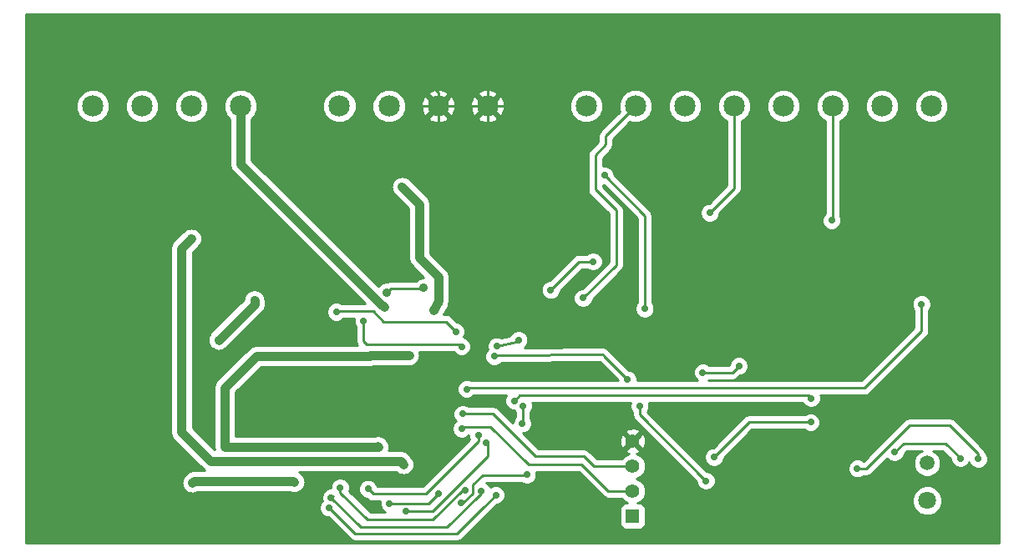
<source format=gbl>
G04 (created by PCBNEW (2013-jul-07)-stable) date Sat 26 Sep 2015 04:42:44 AM EDT*
%MOIN*%
G04 Gerber Fmt 3.4, Leading zero omitted, Abs format*
%FSLAX34Y34*%
G01*
G70*
G90*
G04 APERTURE LIST*
%ADD10C,0.00590551*%
%ADD11C,0.085*%
%ADD12R,0.055X0.055*%
%ADD13C,0.055*%
%ADD14C,0.0590551*%
%ADD15C,0.0708661*%
%ADD16C,0.028*%
%ADD17C,0.035*%
%ADD18C,0.011*%
%ADD19C,0.038*%
%ADD20C,0.009*%
G04 APERTURE END LIST*
G54D10*
G54D11*
X48228Y-37401D03*
X46259Y-37401D03*
X44291Y-37401D03*
X42322Y-37401D03*
X56102Y-37401D03*
X54133Y-37401D03*
X52165Y-37401D03*
X50196Y-37401D03*
X38385Y-37401D03*
X36417Y-37401D03*
X34448Y-37401D03*
X32480Y-37401D03*
X28543Y-37401D03*
X26574Y-37401D03*
X24606Y-37401D03*
X22637Y-37401D03*
G54D12*
X44177Y-53795D03*
G54D13*
X44177Y-52795D03*
X44177Y-51795D03*
X44177Y-50795D03*
G54D14*
X55935Y-51676D03*
G54D15*
X55935Y-53173D03*
G54D16*
X38129Y-52779D03*
X32145Y-53059D03*
X35125Y-53606D03*
X38338Y-50854D03*
X52118Y-41976D03*
X51303Y-49082D03*
X39452Y-49185D03*
X37318Y-53263D03*
X34476Y-53299D03*
X36433Y-52901D03*
X39960Y-52129D03*
X44661Y-45496D03*
X43055Y-40173D03*
X42196Y-45078D03*
X57258Y-51485D03*
X54630Y-51242D03*
X53141Y-51890D03*
X57974Y-51507D03*
X42598Y-43618D03*
X40901Y-44759D03*
G54D17*
X34271Y-45429D03*
X26565Y-42700D03*
X35040Y-51725D03*
X26610Y-52455D03*
X30680Y-52435D03*
G54D16*
X27440Y-48540D03*
X27000Y-49400D03*
X27310Y-49990D03*
X27540Y-48130D03*
X27225Y-48825D03*
X30000Y-49750D03*
X31000Y-49750D03*
X32000Y-49750D03*
X33000Y-49750D03*
X34000Y-49750D03*
X35000Y-49750D03*
X35000Y-48750D03*
X34000Y-48750D03*
X33000Y-48750D03*
X32000Y-48750D03*
X31000Y-48750D03*
X30000Y-48750D03*
X35433Y-50196D03*
X34448Y-50196D03*
X33464Y-50196D03*
X32480Y-50196D03*
X31496Y-50196D03*
X30511Y-50196D03*
X29527Y-50196D03*
X29527Y-49212D03*
X30511Y-49212D03*
X31496Y-49212D03*
X32480Y-49212D03*
X33464Y-49212D03*
X34448Y-49212D03*
X35433Y-49212D03*
X35433Y-48228D03*
X34448Y-48228D03*
X33464Y-48228D03*
X32480Y-48228D03*
X31496Y-48228D03*
X30511Y-48228D03*
X29527Y-48228D03*
X45582Y-46881D03*
X40657Y-43165D03*
X39358Y-45055D03*
X38654Y-47404D03*
X43976Y-48334D03*
X44460Y-49389D03*
X47102Y-52381D03*
X33444Y-46011D03*
X37350Y-47016D03*
X37362Y-50295D03*
X37397Y-49708D03*
X37484Y-52759D03*
X32503Y-52653D03*
X32059Y-53456D03*
X38716Y-52948D03*
X33614Y-52704D03*
X38023Y-50547D03*
X47255Y-41669D03*
X46980Y-48051D03*
X48421Y-47791D03*
X55706Y-45325D03*
X37555Y-48716D03*
G54D17*
X35838Y-44673D03*
X34366Y-44854D03*
G54D16*
X51283Y-50039D03*
X47429Y-51433D03*
X39779Y-50090D03*
X39803Y-49385D03*
X39625Y-46751D03*
X38750Y-47000D03*
X37118Y-46417D03*
X32350Y-45629D03*
G54D17*
X29082Y-45165D03*
X27653Y-46751D03*
X36234Y-45563D03*
X34979Y-40633D03*
X35251Y-47362D03*
X27910Y-51040D03*
X34035Y-51035D03*
X30920Y-47390D03*
X33730Y-47350D03*
G54D18*
X32145Y-53059D02*
X33326Y-54240D01*
X38031Y-52988D02*
X38129Y-52889D01*
X38129Y-52889D02*
X38129Y-52779D01*
X36779Y-54240D02*
X38031Y-52988D01*
X33326Y-54240D02*
X36779Y-54240D01*
X32145Y-53059D02*
X32216Y-52988D01*
X38393Y-51409D02*
X38393Y-50909D01*
X36196Y-53606D02*
X38393Y-51409D01*
X35125Y-53606D02*
X36196Y-53606D01*
X38393Y-50909D02*
X38338Y-50854D01*
X52165Y-41929D02*
X52165Y-37401D01*
X52118Y-41976D02*
X52165Y-41929D01*
X51192Y-48972D02*
X51303Y-49082D01*
X41275Y-48972D02*
X51192Y-48972D01*
X39665Y-48972D02*
X41275Y-48972D01*
X39452Y-49185D02*
X39665Y-48972D01*
X39838Y-52149D02*
X39940Y-52149D01*
X37318Y-53263D02*
X37444Y-53263D01*
X37444Y-53263D02*
X37444Y-53244D01*
X37444Y-53244D02*
X37807Y-52881D01*
X37807Y-52881D02*
X37807Y-52535D01*
X37807Y-52535D02*
X38192Y-52149D01*
X38192Y-52149D02*
X39838Y-52149D01*
X36299Y-53023D02*
X36311Y-53023D01*
X34476Y-53299D02*
X34496Y-53279D01*
X34496Y-53279D02*
X36043Y-53279D01*
X36043Y-53279D02*
X36299Y-53023D01*
X36311Y-53023D02*
X36433Y-52901D01*
X39940Y-52149D02*
X39960Y-52129D01*
X44661Y-41779D02*
X44661Y-45496D01*
X43055Y-40173D02*
X44661Y-41779D01*
X43098Y-38594D02*
X44291Y-37401D01*
X43098Y-38940D02*
X43098Y-38594D01*
X42681Y-39358D02*
X43098Y-38940D01*
X42681Y-40744D02*
X42681Y-39358D01*
X43515Y-41578D02*
X42681Y-40744D01*
X43515Y-43759D02*
X43515Y-41578D01*
X42196Y-45078D02*
X43515Y-43759D01*
X57258Y-51471D02*
X57258Y-51485D01*
X56669Y-50882D02*
X57258Y-51471D01*
X54990Y-50882D02*
X56669Y-50882D01*
X54630Y-51242D02*
X54990Y-50882D01*
X53510Y-51890D02*
X53141Y-51890D01*
X55225Y-50175D02*
X53510Y-51890D01*
X56839Y-50175D02*
X55225Y-50175D01*
X57960Y-51296D02*
X56839Y-50175D01*
X57960Y-51493D02*
X57960Y-51296D01*
X57974Y-51507D02*
X57960Y-51493D01*
X42043Y-43618D02*
X42598Y-43618D01*
X40901Y-44759D02*
X42043Y-43618D01*
G54D19*
X28543Y-39728D02*
X28543Y-37401D01*
X34173Y-45358D02*
X28543Y-39728D01*
X34200Y-45358D02*
X34173Y-45358D01*
X34271Y-45429D02*
X34200Y-45358D01*
X26180Y-50445D02*
X26180Y-43085D01*
X26180Y-43085D02*
X26565Y-42700D01*
X27335Y-51600D02*
X26180Y-50445D01*
X34915Y-51600D02*
X27335Y-51600D01*
X35040Y-51725D02*
X34915Y-51600D01*
X26610Y-52455D02*
X26665Y-52400D01*
X26665Y-52400D02*
X29590Y-52400D01*
X30645Y-52400D02*
X29590Y-52400D01*
X30680Y-52435D02*
X30645Y-52400D01*
G54D18*
X38385Y-37401D02*
X38385Y-36455D01*
X38385Y-36455D02*
X38322Y-36392D01*
X38385Y-37401D02*
X38385Y-38087D01*
X39480Y-37401D02*
X38385Y-37401D01*
X39641Y-37562D02*
X39480Y-37401D01*
X39767Y-37562D02*
X39641Y-37562D01*
X38832Y-38496D02*
X39767Y-37562D01*
X38832Y-38534D02*
X38832Y-38496D01*
X38385Y-38087D02*
X38832Y-38534D01*
X36417Y-37401D02*
X38385Y-37401D01*
X36417Y-37401D02*
X35484Y-37401D01*
X35484Y-37401D02*
X35447Y-37364D01*
X36417Y-37401D02*
X36417Y-38442D01*
X36417Y-38442D02*
X36482Y-38507D01*
X27540Y-48440D02*
X27540Y-48130D01*
X27440Y-48540D02*
X27540Y-48440D01*
X27030Y-49370D02*
X27030Y-48630D01*
X27000Y-49400D02*
X27030Y-49370D01*
X27225Y-49905D02*
X27225Y-48825D01*
X27310Y-49990D02*
X27225Y-49905D01*
X27225Y-48825D02*
X27225Y-48445D01*
X27225Y-48445D02*
X27540Y-48130D01*
X36417Y-36867D02*
X36417Y-37401D01*
X35295Y-35745D02*
X36417Y-36867D01*
X27990Y-35745D02*
X35295Y-35745D01*
X27570Y-36165D02*
X27990Y-35745D01*
X27570Y-43875D02*
X27570Y-36165D01*
X27015Y-44430D02*
X27570Y-43875D01*
X27015Y-48615D02*
X27015Y-44430D01*
X27030Y-48630D02*
X27015Y-48615D01*
X27225Y-48825D02*
X27030Y-48630D01*
X41271Y-46968D02*
X39358Y-45055D01*
X45496Y-46968D02*
X41271Y-46968D01*
X45582Y-46881D02*
X45496Y-46968D01*
X40106Y-43716D02*
X40657Y-43165D01*
X40106Y-44307D02*
X40106Y-43716D01*
X39358Y-45055D02*
X40106Y-44307D01*
X42903Y-47342D02*
X42984Y-47342D01*
X42984Y-47342D02*
X43036Y-47394D01*
X43036Y-47394D02*
X43036Y-47397D01*
X43036Y-47397D02*
X43036Y-47394D01*
X38654Y-47404D02*
X38867Y-47352D01*
X38867Y-47352D02*
X42903Y-47342D01*
X42903Y-47342D02*
X42907Y-47342D01*
X43976Y-48334D02*
X43036Y-47394D01*
X43036Y-47394D02*
X42984Y-47342D01*
X44460Y-49740D02*
X44460Y-49389D01*
X47102Y-52381D02*
X44460Y-49740D01*
X33444Y-46807D02*
X33444Y-46011D01*
X33559Y-46921D02*
X33444Y-46807D01*
X37259Y-46921D02*
X33559Y-46921D01*
X37350Y-47016D02*
X37259Y-46921D01*
X43212Y-52791D02*
X44177Y-52795D01*
X42145Y-51724D02*
X43212Y-52791D01*
X40015Y-51724D02*
X42145Y-51724D01*
X38503Y-50212D02*
X40015Y-51724D01*
X37444Y-50212D02*
X38503Y-50212D01*
X37362Y-50295D02*
X37444Y-50212D01*
X44177Y-51795D02*
X42625Y-51791D01*
X38606Y-49708D02*
X37397Y-49708D01*
X40291Y-51393D02*
X38606Y-49708D01*
X42228Y-51393D02*
X40291Y-51393D01*
X42625Y-51791D02*
X42228Y-51393D01*
X33590Y-53940D02*
X36204Y-53940D01*
X33590Y-53940D02*
X32503Y-52854D01*
X32503Y-52653D02*
X32503Y-52854D01*
X37385Y-52759D02*
X37484Y-52759D01*
X36204Y-53940D02*
X37385Y-52759D01*
X32511Y-52645D02*
X32503Y-52653D01*
X38196Y-53468D02*
X37173Y-54492D01*
X33094Y-54492D02*
X32059Y-53456D01*
X37173Y-54492D02*
X33094Y-54492D01*
X38716Y-52948D02*
X38196Y-53468D01*
X38196Y-53468D02*
X38208Y-53456D01*
X35921Y-52909D02*
X38039Y-50791D01*
X33818Y-52909D02*
X35921Y-52909D01*
X33614Y-52704D02*
X33818Y-52909D01*
X38039Y-50562D02*
X38039Y-50791D01*
X38023Y-50547D02*
X38039Y-50562D01*
X48228Y-40696D02*
X48228Y-37401D01*
X47255Y-41669D02*
X48228Y-40696D01*
X48161Y-48051D02*
X46980Y-48051D01*
X48421Y-47791D02*
X48161Y-48051D01*
X52738Y-48673D02*
X53414Y-48673D01*
X55706Y-46382D02*
X55706Y-45325D01*
X53414Y-48673D02*
X55706Y-46382D01*
X38070Y-48673D02*
X37598Y-48673D01*
X37598Y-48673D02*
X37555Y-48716D01*
X38070Y-48673D02*
X52738Y-48673D01*
X52738Y-48673D02*
X52745Y-48673D01*
X35751Y-44673D02*
X35838Y-44673D01*
X35740Y-44685D02*
X35751Y-44673D01*
X34535Y-44685D02*
X35740Y-44685D01*
X34366Y-44854D02*
X34535Y-44685D01*
X48822Y-50039D02*
X51283Y-50039D01*
X47429Y-51433D02*
X48822Y-50039D01*
X39779Y-50090D02*
X39803Y-50066D01*
X39803Y-50066D02*
X39803Y-49385D01*
X39625Y-46751D02*
X39547Y-46830D01*
X39547Y-46830D02*
X38750Y-47000D01*
X36720Y-46019D02*
X37118Y-46417D01*
X34240Y-46019D02*
X36720Y-46019D01*
X33818Y-45598D02*
X34240Y-46019D01*
X32381Y-45598D02*
X33818Y-45598D01*
X32350Y-45629D02*
X32381Y-45598D01*
G54D19*
X29082Y-45322D02*
X29082Y-45165D01*
X27653Y-46751D02*
X29082Y-45322D01*
X30920Y-47390D02*
X29172Y-47390D01*
X27910Y-48652D02*
X27910Y-51040D01*
X29172Y-47390D02*
X27910Y-48652D01*
X36433Y-45185D02*
X36234Y-45563D01*
X36433Y-44236D02*
X36433Y-45185D01*
X35665Y-43468D02*
X36433Y-44236D01*
X35665Y-41319D02*
X35665Y-43468D01*
X34979Y-40633D02*
X35665Y-41319D01*
X35239Y-47350D02*
X33730Y-47350D01*
X35251Y-47362D02*
X35239Y-47350D01*
X34035Y-51035D02*
X27915Y-51035D01*
X27915Y-51035D02*
X27910Y-51040D01*
X34035Y-51035D02*
X34010Y-51010D01*
X33690Y-47390D02*
X30920Y-47390D01*
X33730Y-47350D02*
X33690Y-47390D01*
G54D10*
G36*
X58790Y-54853D02*
X58359Y-54853D01*
X58359Y-51430D01*
X58300Y-51289D01*
X58248Y-51236D01*
X58248Y-51236D01*
X58237Y-51181D01*
X58172Y-51083D01*
X58172Y-51083D01*
X57051Y-49962D01*
X56953Y-49897D01*
X56839Y-49875D01*
X56772Y-49875D01*
X56772Y-37268D01*
X56670Y-37022D01*
X56482Y-36833D01*
X56236Y-36731D01*
X55969Y-36731D01*
X55723Y-36833D01*
X55534Y-37021D01*
X55432Y-37267D01*
X55432Y-37534D01*
X55534Y-37780D01*
X55722Y-37969D01*
X55968Y-38071D01*
X56235Y-38071D01*
X56481Y-37969D01*
X56670Y-37781D01*
X56772Y-37535D01*
X56772Y-37268D01*
X56772Y-49875D01*
X56091Y-49875D01*
X56091Y-45248D01*
X56032Y-45107D01*
X55924Y-44998D01*
X55782Y-44940D01*
X55629Y-44939D01*
X55488Y-44998D01*
X55379Y-45106D01*
X55321Y-45248D01*
X55320Y-45401D01*
X55379Y-45542D01*
X55406Y-45569D01*
X55406Y-46257D01*
X54803Y-46859D01*
X54803Y-37268D01*
X54702Y-37022D01*
X54513Y-36833D01*
X54267Y-36731D01*
X54001Y-36731D01*
X53754Y-36833D01*
X53566Y-37021D01*
X53463Y-37267D01*
X53463Y-37534D01*
X53565Y-37780D01*
X53753Y-37969D01*
X54000Y-38071D01*
X54266Y-38071D01*
X54512Y-37969D01*
X54701Y-37781D01*
X54803Y-37535D01*
X54803Y-37268D01*
X54803Y-46859D01*
X53290Y-48373D01*
X52835Y-48373D01*
X52835Y-37268D01*
X52733Y-37022D01*
X52545Y-36833D01*
X52299Y-36731D01*
X52032Y-36731D01*
X51786Y-36833D01*
X51597Y-37021D01*
X51495Y-37267D01*
X51495Y-37534D01*
X51597Y-37780D01*
X51785Y-37969D01*
X51865Y-38002D01*
X51865Y-41684D01*
X51791Y-41758D01*
X51733Y-41899D01*
X51733Y-42052D01*
X51791Y-42194D01*
X51899Y-42302D01*
X52041Y-42361D01*
X52194Y-42361D01*
X52335Y-42302D01*
X52444Y-42194D01*
X52503Y-42053D01*
X52503Y-41900D01*
X52465Y-41808D01*
X52465Y-38002D01*
X52544Y-37969D01*
X52733Y-37781D01*
X52835Y-37535D01*
X52835Y-37268D01*
X52835Y-48373D01*
X52745Y-48373D01*
X52738Y-48373D01*
X50866Y-48373D01*
X50866Y-37268D01*
X50765Y-37022D01*
X50576Y-36833D01*
X50330Y-36731D01*
X50064Y-36731D01*
X49817Y-36833D01*
X49629Y-37021D01*
X49526Y-37267D01*
X49526Y-37534D01*
X49628Y-37780D01*
X49816Y-37969D01*
X50062Y-38071D01*
X50329Y-38071D01*
X50575Y-37969D01*
X50764Y-37781D01*
X50866Y-37535D01*
X50866Y-37268D01*
X50866Y-48373D01*
X48898Y-48373D01*
X48898Y-37268D01*
X48796Y-37022D01*
X48608Y-36833D01*
X48362Y-36731D01*
X48095Y-36731D01*
X47849Y-36833D01*
X47660Y-37021D01*
X47558Y-37267D01*
X47558Y-37534D01*
X47660Y-37780D01*
X47848Y-37969D01*
X47928Y-38002D01*
X47928Y-40572D01*
X47216Y-41284D01*
X47179Y-41284D01*
X47038Y-41342D01*
X46929Y-41450D01*
X46929Y-37268D01*
X46828Y-37022D01*
X46639Y-36833D01*
X46393Y-36731D01*
X46127Y-36731D01*
X45880Y-36833D01*
X45692Y-37021D01*
X45589Y-37267D01*
X45589Y-37534D01*
X45691Y-37780D01*
X45879Y-37969D01*
X46125Y-38071D01*
X46392Y-38071D01*
X46638Y-37969D01*
X46827Y-37781D01*
X46929Y-37535D01*
X46929Y-37268D01*
X46929Y-41450D01*
X46929Y-41450D01*
X46870Y-41592D01*
X46870Y-41745D01*
X46929Y-41887D01*
X47037Y-41995D01*
X47178Y-42054D01*
X47332Y-42054D01*
X47473Y-41995D01*
X47582Y-41887D01*
X47640Y-41746D01*
X47640Y-41708D01*
X48440Y-40908D01*
X48440Y-40908D01*
X48505Y-40811D01*
X48528Y-40696D01*
X48528Y-40696D01*
X48528Y-38002D01*
X48607Y-37969D01*
X48796Y-37781D01*
X48898Y-37535D01*
X48898Y-37268D01*
X48898Y-48373D01*
X47202Y-48373D01*
X47224Y-48351D01*
X48161Y-48351D01*
X48161Y-48351D01*
X48276Y-48328D01*
X48276Y-48328D01*
X48373Y-48263D01*
X48460Y-48176D01*
X48497Y-48176D01*
X48639Y-48117D01*
X48747Y-48009D01*
X48806Y-47868D01*
X48806Y-47715D01*
X48747Y-47573D01*
X48639Y-47465D01*
X48498Y-47406D01*
X48345Y-47406D01*
X48203Y-47464D01*
X48095Y-47572D01*
X48036Y-47714D01*
X48036Y-47751D01*
X47224Y-47751D01*
X47198Y-47724D01*
X47057Y-47666D01*
X46904Y-47666D01*
X46762Y-47724D01*
X46654Y-47832D01*
X46595Y-47974D01*
X46595Y-48127D01*
X46653Y-48268D01*
X46757Y-48373D01*
X45046Y-48373D01*
X45046Y-45419D01*
X44987Y-45278D01*
X44961Y-45251D01*
X44961Y-41779D01*
X44938Y-41664D01*
X44873Y-41567D01*
X44873Y-41567D01*
X43440Y-40133D01*
X43440Y-40096D01*
X43381Y-39955D01*
X43273Y-39847D01*
X43132Y-39788D01*
X42981Y-39788D01*
X42981Y-39482D01*
X43310Y-39153D01*
X43310Y-39153D01*
X43375Y-39055D01*
X43398Y-38940D01*
X43398Y-38940D01*
X43398Y-38718D01*
X44078Y-38038D01*
X44157Y-38071D01*
X44424Y-38071D01*
X44670Y-37969D01*
X44859Y-37781D01*
X44961Y-37535D01*
X44961Y-37268D01*
X44859Y-37022D01*
X44671Y-36833D01*
X44425Y-36731D01*
X44158Y-36731D01*
X43912Y-36833D01*
X43723Y-37021D01*
X43621Y-37267D01*
X43621Y-37534D01*
X43654Y-37614D01*
X42992Y-38275D01*
X42992Y-37268D01*
X42891Y-37022D01*
X42702Y-36833D01*
X42456Y-36731D01*
X42190Y-36731D01*
X41943Y-36833D01*
X41755Y-37021D01*
X41652Y-37267D01*
X41652Y-37534D01*
X41754Y-37780D01*
X41942Y-37969D01*
X42188Y-38071D01*
X42455Y-38071D01*
X42701Y-37969D01*
X42890Y-37781D01*
X42992Y-37535D01*
X42992Y-37268D01*
X42992Y-38275D01*
X42886Y-38382D01*
X42821Y-38479D01*
X42798Y-38594D01*
X42798Y-38816D01*
X42468Y-39146D01*
X42403Y-39243D01*
X42381Y-39358D01*
X42381Y-40744D01*
X42403Y-40858D01*
X42468Y-40956D01*
X43215Y-41703D01*
X43215Y-43635D01*
X42983Y-43867D01*
X42983Y-43541D01*
X42925Y-43400D01*
X42816Y-43291D01*
X42675Y-43233D01*
X42522Y-43233D01*
X42380Y-43291D01*
X42354Y-43318D01*
X42043Y-43318D01*
X41928Y-43340D01*
X41831Y-43405D01*
X40862Y-44374D01*
X40825Y-44374D01*
X40683Y-44433D01*
X40575Y-44541D01*
X40516Y-44682D01*
X40516Y-44836D01*
X40574Y-44977D01*
X40683Y-45086D01*
X40824Y-45144D01*
X40977Y-45144D01*
X41119Y-45086D01*
X41227Y-44978D01*
X41286Y-44836D01*
X41286Y-44799D01*
X42167Y-43918D01*
X42353Y-43918D01*
X42380Y-43944D01*
X42521Y-44003D01*
X42674Y-44003D01*
X42816Y-43944D01*
X42924Y-43836D01*
X42983Y-43695D01*
X42983Y-43541D01*
X42983Y-43867D01*
X42157Y-44693D01*
X42120Y-44693D01*
X41979Y-44752D01*
X41870Y-44860D01*
X41811Y-45001D01*
X41811Y-45154D01*
X41870Y-45296D01*
X41978Y-45404D01*
X42119Y-45463D01*
X42273Y-45463D01*
X42414Y-45405D01*
X42523Y-45297D01*
X42581Y-45155D01*
X42581Y-45118D01*
X43727Y-43971D01*
X43727Y-43971D01*
X43792Y-43874D01*
X43815Y-43759D01*
X43815Y-43759D01*
X43815Y-41578D01*
X43815Y-41578D01*
X43792Y-41463D01*
X43727Y-41366D01*
X43727Y-41366D01*
X42981Y-40619D01*
X42981Y-40558D01*
X43015Y-40558D01*
X44361Y-41903D01*
X44361Y-45251D01*
X44335Y-45277D01*
X44276Y-45419D01*
X44276Y-45572D01*
X44334Y-45713D01*
X44443Y-45822D01*
X44584Y-45880D01*
X44737Y-45881D01*
X44879Y-45822D01*
X44987Y-45714D01*
X45046Y-45572D01*
X45046Y-45419D01*
X45046Y-48373D01*
X44361Y-48373D01*
X44361Y-48258D01*
X44302Y-48116D01*
X44194Y-48008D01*
X44053Y-47949D01*
X44015Y-47949D01*
X43248Y-47182D01*
X43248Y-47182D01*
X43248Y-47182D01*
X43196Y-47130D01*
X43099Y-47065D01*
X42984Y-47042D01*
X42907Y-47042D01*
X42903Y-47042D01*
X42888Y-47045D01*
X39871Y-47050D01*
X39952Y-46970D01*
X40010Y-46828D01*
X40011Y-46675D01*
X39952Y-46534D01*
X39844Y-46425D01*
X39702Y-46367D01*
X39549Y-46366D01*
X39408Y-46425D01*
X39299Y-46533D01*
X39280Y-46580D01*
X39060Y-46627D01*
X39060Y-37507D01*
X39049Y-37240D01*
X38969Y-37045D01*
X38862Y-37002D01*
X38784Y-37080D01*
X38784Y-36924D01*
X38741Y-36818D01*
X38491Y-36726D01*
X38224Y-36737D01*
X38030Y-36818D01*
X37986Y-36924D01*
X38385Y-37323D01*
X38784Y-36924D01*
X38784Y-37080D01*
X38463Y-37401D01*
X38862Y-37800D01*
X38969Y-37757D01*
X39060Y-37507D01*
X39060Y-46627D01*
X38925Y-46655D01*
X38826Y-46615D01*
X38784Y-46615D01*
X38784Y-37878D01*
X38385Y-37479D01*
X38308Y-37557D01*
X38308Y-37401D01*
X37908Y-37002D01*
X37802Y-37045D01*
X37710Y-37296D01*
X37721Y-37562D01*
X37802Y-37757D01*
X37908Y-37800D01*
X38308Y-37401D01*
X38308Y-37557D01*
X37986Y-37878D01*
X38030Y-37984D01*
X38280Y-38076D01*
X38546Y-38065D01*
X38741Y-37984D01*
X38784Y-37878D01*
X38784Y-46615D01*
X38673Y-46614D01*
X38532Y-46673D01*
X38423Y-46781D01*
X38365Y-46923D01*
X38364Y-47076D01*
X38386Y-47127D01*
X38327Y-47185D01*
X38269Y-47327D01*
X38268Y-47480D01*
X38327Y-47621D01*
X38435Y-47730D01*
X38577Y-47788D01*
X38730Y-47789D01*
X38871Y-47730D01*
X38950Y-47652D01*
X42863Y-47645D01*
X43590Y-48373D01*
X38070Y-48373D01*
X37735Y-48373D01*
X37735Y-46939D01*
X37676Y-46798D01*
X37568Y-46689D01*
X37442Y-46637D01*
X37444Y-46635D01*
X37503Y-46494D01*
X37503Y-46341D01*
X37444Y-46199D01*
X37336Y-46091D01*
X37195Y-46032D01*
X37157Y-46032D01*
X37092Y-45967D01*
X37092Y-37507D01*
X37081Y-37240D01*
X37000Y-37045D01*
X36894Y-37002D01*
X36816Y-37080D01*
X36816Y-36924D01*
X36773Y-36818D01*
X36522Y-36726D01*
X36256Y-36737D01*
X36061Y-36818D01*
X36018Y-36924D01*
X36417Y-37323D01*
X36816Y-36924D01*
X36816Y-37080D01*
X36495Y-37401D01*
X36894Y-37800D01*
X37000Y-37757D01*
X37092Y-37507D01*
X37092Y-45967D01*
X36932Y-45807D01*
X36835Y-45742D01*
X36720Y-45719D01*
X36643Y-45719D01*
X36818Y-45388D01*
X36823Y-45367D01*
X36834Y-45351D01*
X36847Y-45289D01*
X36866Y-45225D01*
X36864Y-45204D01*
X36868Y-45185D01*
X36868Y-44236D01*
X36834Y-44069D01*
X36816Y-44042D01*
X36816Y-37878D01*
X36417Y-37479D01*
X36339Y-37557D01*
X36339Y-37401D01*
X35940Y-37002D01*
X35834Y-37045D01*
X35742Y-37296D01*
X35753Y-37562D01*
X35834Y-37757D01*
X35940Y-37800D01*
X36339Y-37401D01*
X36339Y-37557D01*
X36018Y-37878D01*
X36061Y-37984D01*
X36311Y-38076D01*
X36578Y-38065D01*
X36773Y-37984D01*
X36816Y-37878D01*
X36816Y-44042D01*
X36740Y-43928D01*
X36740Y-43928D01*
X36100Y-43288D01*
X36100Y-41319D01*
X36100Y-41319D01*
X36067Y-41152D01*
X35972Y-41011D01*
X35972Y-41011D01*
X35287Y-40326D01*
X35223Y-40283D01*
X35218Y-40278D01*
X35210Y-40274D01*
X35146Y-40231D01*
X35118Y-40226D01*
X35118Y-37268D01*
X35017Y-37022D01*
X34828Y-36833D01*
X34582Y-36731D01*
X34316Y-36731D01*
X34069Y-36833D01*
X33881Y-37021D01*
X33778Y-37267D01*
X33778Y-37534D01*
X33880Y-37780D01*
X34068Y-37969D01*
X34314Y-38071D01*
X34581Y-38071D01*
X34827Y-37969D01*
X35016Y-37781D01*
X35118Y-37535D01*
X35118Y-37268D01*
X35118Y-40226D01*
X35071Y-40217D01*
X35063Y-40213D01*
X35055Y-40213D01*
X34979Y-40198D01*
X34904Y-40213D01*
X34896Y-40213D01*
X34889Y-40216D01*
X34813Y-40231D01*
X34749Y-40274D01*
X34742Y-40277D01*
X34736Y-40283D01*
X34672Y-40326D01*
X34629Y-40389D01*
X34624Y-40395D01*
X34621Y-40403D01*
X34578Y-40467D01*
X34563Y-40542D01*
X34560Y-40549D01*
X34560Y-40558D01*
X34544Y-40633D01*
X34559Y-40708D01*
X34559Y-40717D01*
X34563Y-40724D01*
X34578Y-40800D01*
X34620Y-40863D01*
X34623Y-40871D01*
X34629Y-40877D01*
X34672Y-40941D01*
X35230Y-41499D01*
X35230Y-43468D01*
X35263Y-43634D01*
X35357Y-43776D01*
X35834Y-44253D01*
X35755Y-44253D01*
X35600Y-44316D01*
X35532Y-44385D01*
X34535Y-44385D01*
X34420Y-44407D01*
X34381Y-44434D01*
X34381Y-44434D01*
X34282Y-44434D01*
X34128Y-44498D01*
X34028Y-44598D01*
X33150Y-43720D01*
X33150Y-37268D01*
X33048Y-37022D01*
X32860Y-36833D01*
X32614Y-36731D01*
X32347Y-36731D01*
X32101Y-36833D01*
X31912Y-37021D01*
X31810Y-37267D01*
X31810Y-37534D01*
X31911Y-37780D01*
X32100Y-37969D01*
X32346Y-38071D01*
X32613Y-38071D01*
X32859Y-37969D01*
X33047Y-37781D01*
X33150Y-37535D01*
X33150Y-37268D01*
X33150Y-43720D01*
X28978Y-39548D01*
X28978Y-37914D01*
X29110Y-37781D01*
X29213Y-37535D01*
X29213Y-37268D01*
X29111Y-37022D01*
X28923Y-36833D01*
X28677Y-36731D01*
X28410Y-36731D01*
X28164Y-36833D01*
X27975Y-37021D01*
X27873Y-37267D01*
X27873Y-37534D01*
X27974Y-37780D01*
X28108Y-37914D01*
X28108Y-39728D01*
X28141Y-39894D01*
X28235Y-40035D01*
X33498Y-45298D01*
X32556Y-45298D01*
X32427Y-45244D01*
X32274Y-45244D01*
X32132Y-45303D01*
X32024Y-45411D01*
X31965Y-45553D01*
X31965Y-45706D01*
X32023Y-45847D01*
X32132Y-45956D01*
X32273Y-46014D01*
X32426Y-46014D01*
X32568Y-45956D01*
X32626Y-45898D01*
X33075Y-45898D01*
X33059Y-45934D01*
X33059Y-46088D01*
X33118Y-46229D01*
X33144Y-46256D01*
X33144Y-46807D01*
X33167Y-46921D01*
X33189Y-46955D01*
X30920Y-46955D01*
X29517Y-46955D01*
X29517Y-45322D01*
X29517Y-45165D01*
X29502Y-45090D01*
X29502Y-45082D01*
X29499Y-45074D01*
X29484Y-44998D01*
X29442Y-44935D01*
X29438Y-44927D01*
X29433Y-44921D01*
X29390Y-44857D01*
X29326Y-44815D01*
X29320Y-44809D01*
X29313Y-44806D01*
X29249Y-44763D01*
X29174Y-44748D01*
X29166Y-44745D01*
X29158Y-44745D01*
X29082Y-44730D01*
X29007Y-44745D01*
X28999Y-44745D01*
X28991Y-44748D01*
X28916Y-44763D01*
X28852Y-44805D01*
X28845Y-44809D01*
X28839Y-44814D01*
X28775Y-44857D01*
X28732Y-44921D01*
X28726Y-44927D01*
X28723Y-44934D01*
X28680Y-44998D01*
X28665Y-45073D01*
X28662Y-45081D01*
X28662Y-45089D01*
X28653Y-45137D01*
X27345Y-46444D01*
X27303Y-46508D01*
X27297Y-46513D01*
X27294Y-46521D01*
X27251Y-46585D01*
X27244Y-46619D01*
X27244Y-37268D01*
X27143Y-37022D01*
X26954Y-36833D01*
X26708Y-36731D01*
X26442Y-36731D01*
X26195Y-36833D01*
X26007Y-37021D01*
X25904Y-37267D01*
X25904Y-37534D01*
X26006Y-37780D01*
X26194Y-37969D01*
X26440Y-38071D01*
X26707Y-38071D01*
X26953Y-37969D01*
X27142Y-37781D01*
X27244Y-37535D01*
X27244Y-37268D01*
X27244Y-46619D01*
X27236Y-46660D01*
X27233Y-46668D01*
X27233Y-46676D01*
X27218Y-46751D01*
X27233Y-46827D01*
X27233Y-46835D01*
X27236Y-46842D01*
X27251Y-46918D01*
X27294Y-46982D01*
X27297Y-46989D01*
X27303Y-46995D01*
X27345Y-47059D01*
X27409Y-47102D01*
X27415Y-47107D01*
X27422Y-47110D01*
X27487Y-47153D01*
X27562Y-47168D01*
X27569Y-47171D01*
X27577Y-47171D01*
X27653Y-47186D01*
X27728Y-47172D01*
X27736Y-47172D01*
X27744Y-47168D01*
X27820Y-47153D01*
X27883Y-47111D01*
X27891Y-47108D01*
X27896Y-47102D01*
X27961Y-47059D01*
X29390Y-45630D01*
X29484Y-45489D01*
X29517Y-45322D01*
X29517Y-45322D01*
X29517Y-46955D01*
X29172Y-46955D01*
X29006Y-46988D01*
X28865Y-47082D01*
X27602Y-48345D01*
X27508Y-48486D01*
X27475Y-48652D01*
X27475Y-51040D01*
X27489Y-51115D01*
X27489Y-51123D01*
X27493Y-51130D01*
X27496Y-51145D01*
X26615Y-50264D01*
X26615Y-43265D01*
X26872Y-43007D01*
X26915Y-42943D01*
X26920Y-42938D01*
X26923Y-42930D01*
X26966Y-42866D01*
X26981Y-42791D01*
X26984Y-42783D01*
X26984Y-42775D01*
X26999Y-42700D01*
X26985Y-42624D01*
X26985Y-42616D01*
X26981Y-42609D01*
X26966Y-42533D01*
X26924Y-42469D01*
X26921Y-42462D01*
X26915Y-42456D01*
X26872Y-42392D01*
X26808Y-42349D01*
X26803Y-42344D01*
X26795Y-42341D01*
X26731Y-42298D01*
X26656Y-42283D01*
X26648Y-42280D01*
X26640Y-42280D01*
X26565Y-42265D01*
X26489Y-42279D01*
X26481Y-42279D01*
X26474Y-42283D01*
X26398Y-42298D01*
X26334Y-42340D01*
X26327Y-42343D01*
X26321Y-42349D01*
X26257Y-42392D01*
X25872Y-42777D01*
X25778Y-42918D01*
X25745Y-43085D01*
X25745Y-50445D01*
X25778Y-50611D01*
X25872Y-50752D01*
X27027Y-51907D01*
X27027Y-51907D01*
X27113Y-51965D01*
X26665Y-51965D01*
X26498Y-51998D01*
X26357Y-52092D01*
X26302Y-52147D01*
X26259Y-52211D01*
X26254Y-52216D01*
X26251Y-52224D01*
X26208Y-52288D01*
X26193Y-52363D01*
X26190Y-52371D01*
X26190Y-52379D01*
X26175Y-52455D01*
X26189Y-52530D01*
X26189Y-52538D01*
X26193Y-52545D01*
X26208Y-52621D01*
X26250Y-52685D01*
X26253Y-52692D01*
X26259Y-52698D01*
X26302Y-52762D01*
X26366Y-52805D01*
X26371Y-52810D01*
X26379Y-52813D01*
X26443Y-52856D01*
X26518Y-52871D01*
X26526Y-52874D01*
X26534Y-52874D01*
X26610Y-52890D01*
X26685Y-52875D01*
X26693Y-52875D01*
X26700Y-52871D01*
X26776Y-52856D01*
X26809Y-52835D01*
X29590Y-52835D01*
X30510Y-52835D01*
X30513Y-52836D01*
X30588Y-52851D01*
X30596Y-52854D01*
X30604Y-52854D01*
X30680Y-52869D01*
X30755Y-52855D01*
X30763Y-52855D01*
X30770Y-52851D01*
X30846Y-52836D01*
X30910Y-52794D01*
X30917Y-52791D01*
X30923Y-52785D01*
X30987Y-52742D01*
X31030Y-52678D01*
X31035Y-52673D01*
X31038Y-52665D01*
X31081Y-52601D01*
X31096Y-52526D01*
X31099Y-52518D01*
X31099Y-52510D01*
X31114Y-52435D01*
X31100Y-52359D01*
X31100Y-52351D01*
X31096Y-52344D01*
X31081Y-52268D01*
X31039Y-52204D01*
X31036Y-52197D01*
X31030Y-52191D01*
X30987Y-52127D01*
X30952Y-52092D01*
X30866Y-52035D01*
X34736Y-52035D01*
X34796Y-52075D01*
X34801Y-52080D01*
X34809Y-52083D01*
X34873Y-52126D01*
X34948Y-52141D01*
X34956Y-52144D01*
X34964Y-52144D01*
X35039Y-52159D01*
X35115Y-52145D01*
X35123Y-52145D01*
X35130Y-52141D01*
X35206Y-52126D01*
X35270Y-52084D01*
X35277Y-52081D01*
X35283Y-52075D01*
X35347Y-52032D01*
X35390Y-51968D01*
X35395Y-51963D01*
X35398Y-51955D01*
X35441Y-51891D01*
X35456Y-51816D01*
X35459Y-51808D01*
X35459Y-51800D01*
X35474Y-51724D01*
X35460Y-51649D01*
X35460Y-51641D01*
X35456Y-51634D01*
X35441Y-51558D01*
X35399Y-51494D01*
X35396Y-51487D01*
X35390Y-51481D01*
X35347Y-51417D01*
X35222Y-51292D01*
X35081Y-51198D01*
X34915Y-51165D01*
X34444Y-51165D01*
X34451Y-51126D01*
X34451Y-51126D01*
X34454Y-51118D01*
X34454Y-51110D01*
X34454Y-51110D01*
X34469Y-51035D01*
X34470Y-51035D01*
X34455Y-50959D01*
X34455Y-50959D01*
X34455Y-50951D01*
X34451Y-50944D01*
X34451Y-50944D01*
X34436Y-50868D01*
X34394Y-50804D01*
X34394Y-50804D01*
X34391Y-50797D01*
X34385Y-50791D01*
X34385Y-50791D01*
X34342Y-50727D01*
X34342Y-50727D01*
X34317Y-50702D01*
X34176Y-50608D01*
X34010Y-50575D01*
X33884Y-50600D01*
X28345Y-50600D01*
X28345Y-48833D01*
X29353Y-47825D01*
X30920Y-47825D01*
X33690Y-47825D01*
X33856Y-47791D01*
X33866Y-47785D01*
X35190Y-47785D01*
X35251Y-47797D01*
X35327Y-47782D01*
X35335Y-47782D01*
X35342Y-47779D01*
X35418Y-47764D01*
X35482Y-47721D01*
X35489Y-47718D01*
X35495Y-47712D01*
X35559Y-47669D01*
X35602Y-47606D01*
X35607Y-47600D01*
X35610Y-47592D01*
X35653Y-47528D01*
X35668Y-47453D01*
X35671Y-47446D01*
X35671Y-47437D01*
X35686Y-47362D01*
X35672Y-47287D01*
X35672Y-47279D01*
X35668Y-47271D01*
X35658Y-47221D01*
X37018Y-47221D01*
X37023Y-47233D01*
X37131Y-47342D01*
X37273Y-47400D01*
X37426Y-47401D01*
X37567Y-47342D01*
X37676Y-47234D01*
X37734Y-47092D01*
X37735Y-46939D01*
X37735Y-48373D01*
X37732Y-48373D01*
X37632Y-48331D01*
X37478Y-48331D01*
X37337Y-48389D01*
X37228Y-48498D01*
X37170Y-48639D01*
X37170Y-48792D01*
X37228Y-48934D01*
X37336Y-49042D01*
X37478Y-49101D01*
X37631Y-49101D01*
X37772Y-49043D01*
X37842Y-48973D01*
X38070Y-48973D01*
X39123Y-48973D01*
X39067Y-49108D01*
X39067Y-49261D01*
X39126Y-49402D01*
X39234Y-49511D01*
X39375Y-49569D01*
X39462Y-49570D01*
X39476Y-49603D01*
X39503Y-49630D01*
X39503Y-49822D01*
X39453Y-49872D01*
X39394Y-50013D01*
X39394Y-50072D01*
X38818Y-49496D01*
X38721Y-49431D01*
X38606Y-49408D01*
X37642Y-49408D01*
X37616Y-49382D01*
X37474Y-49323D01*
X37321Y-49323D01*
X37179Y-49382D01*
X37071Y-49490D01*
X37012Y-49631D01*
X37012Y-49784D01*
X37071Y-49926D01*
X37128Y-49984D01*
X37036Y-50076D01*
X36977Y-50218D01*
X36977Y-50371D01*
X37035Y-50513D01*
X37143Y-50621D01*
X37285Y-50680D01*
X37438Y-50680D01*
X37580Y-50621D01*
X37638Y-50563D01*
X37638Y-50623D01*
X37680Y-50725D01*
X35796Y-52609D01*
X33991Y-52609D01*
X33940Y-52486D01*
X33832Y-52378D01*
X33691Y-52319D01*
X33537Y-52319D01*
X33396Y-52378D01*
X33287Y-52486D01*
X33229Y-52627D01*
X33229Y-52780D01*
X33287Y-52922D01*
X33395Y-53030D01*
X33537Y-53089D01*
X33574Y-53089D01*
X33606Y-53121D01*
X33704Y-53186D01*
X33818Y-53209D01*
X34096Y-53209D01*
X34091Y-53222D01*
X34091Y-53375D01*
X34149Y-53517D01*
X34258Y-53625D01*
X34295Y-53640D01*
X33714Y-53640D01*
X32864Y-52790D01*
X32888Y-52730D01*
X32889Y-52577D01*
X32830Y-52435D01*
X32722Y-52327D01*
X32580Y-52268D01*
X32427Y-52268D01*
X32286Y-52326D01*
X32177Y-52435D01*
X32119Y-52576D01*
X32118Y-52674D01*
X32069Y-52673D01*
X31927Y-52732D01*
X31819Y-52840D01*
X31760Y-52982D01*
X31760Y-53135D01*
X31782Y-53188D01*
X31732Y-53238D01*
X31674Y-53379D01*
X31673Y-53532D01*
X31732Y-53674D01*
X31840Y-53782D01*
X31982Y-53841D01*
X32019Y-53841D01*
X32882Y-54704D01*
X32882Y-54704D01*
X32979Y-54769D01*
X33094Y-54792D01*
X37173Y-54792D01*
X37173Y-54792D01*
X37288Y-54769D01*
X37288Y-54769D01*
X37385Y-54704D01*
X38408Y-53680D01*
X38408Y-53680D01*
X38408Y-53680D01*
X38420Y-53668D01*
X38420Y-53668D01*
X38755Y-53333D01*
X38792Y-53333D01*
X38934Y-53275D01*
X39042Y-53167D01*
X39101Y-53025D01*
X39101Y-52872D01*
X39043Y-52731D01*
X38934Y-52622D01*
X38793Y-52563D01*
X38640Y-52563D01*
X38498Y-52622D01*
X38486Y-52634D01*
X38456Y-52561D01*
X38348Y-52453D01*
X38339Y-52449D01*
X39735Y-52449D01*
X39742Y-52456D01*
X39883Y-52514D01*
X40036Y-52514D01*
X40178Y-52456D01*
X40286Y-52348D01*
X40345Y-52206D01*
X40345Y-52053D01*
X40333Y-52024D01*
X42021Y-52024D01*
X43000Y-53003D01*
X43048Y-53035D01*
X43096Y-53068D01*
X43097Y-53068D01*
X43097Y-53068D01*
X43154Y-53079D01*
X43211Y-53091D01*
X43739Y-53093D01*
X43882Y-53235D01*
X43977Y-53275D01*
X43853Y-53275D01*
X43763Y-53312D01*
X43694Y-53381D01*
X43657Y-53471D01*
X43657Y-53568D01*
X43657Y-54118D01*
X43694Y-54208D01*
X43763Y-54277D01*
X43853Y-54315D01*
X43950Y-54315D01*
X44500Y-54315D01*
X44590Y-54278D01*
X44659Y-54209D01*
X44697Y-54119D01*
X44697Y-54021D01*
X44697Y-53471D01*
X44659Y-53381D01*
X44591Y-53312D01*
X44501Y-53275D01*
X44403Y-53275D01*
X44377Y-53275D01*
X44471Y-53236D01*
X44617Y-53090D01*
X44697Y-52899D01*
X44697Y-52692D01*
X44618Y-52501D01*
X44472Y-52354D01*
X44328Y-52295D01*
X44471Y-52236D01*
X44617Y-52090D01*
X44697Y-51899D01*
X44697Y-51692D01*
X44618Y-51501D01*
X44472Y-51354D01*
X44336Y-51298D01*
X44442Y-51254D01*
X44467Y-51163D01*
X44177Y-50873D01*
X44099Y-50950D01*
X44099Y-50795D01*
X43808Y-50504D01*
X43718Y-50529D01*
X43651Y-50725D01*
X43664Y-50932D01*
X43718Y-51060D01*
X43808Y-51085D01*
X44099Y-50795D01*
X44099Y-50950D01*
X43886Y-51163D01*
X43911Y-51254D01*
X44028Y-51294D01*
X43882Y-51354D01*
X43743Y-51493D01*
X42750Y-51491D01*
X42440Y-51181D01*
X42343Y-51116D01*
X42228Y-51093D01*
X40415Y-51093D01*
X39797Y-50475D01*
X39855Y-50475D01*
X39997Y-50417D01*
X40105Y-50308D01*
X40164Y-50167D01*
X40164Y-50014D01*
X40106Y-49872D01*
X40103Y-49869D01*
X40103Y-49630D01*
X40129Y-49604D01*
X40188Y-49462D01*
X40188Y-49309D01*
X40172Y-49272D01*
X41275Y-49272D01*
X44092Y-49272D01*
X44075Y-49312D01*
X44075Y-49466D01*
X44134Y-49607D01*
X44160Y-49634D01*
X44160Y-49740D01*
X44183Y-49854D01*
X44248Y-49952D01*
X46717Y-52421D01*
X46717Y-52458D01*
X46775Y-52599D01*
X46883Y-52708D01*
X47025Y-52766D01*
X47178Y-52766D01*
X47320Y-52708D01*
X47428Y-52600D01*
X47487Y-52458D01*
X47487Y-52305D01*
X47428Y-52164D01*
X47320Y-52055D01*
X47179Y-51996D01*
X47141Y-51996D01*
X44769Y-49625D01*
X44786Y-49608D01*
X44845Y-49466D01*
X44845Y-49313D01*
X44828Y-49272D01*
X50964Y-49272D01*
X50976Y-49300D01*
X51084Y-49408D01*
X51226Y-49467D01*
X51379Y-49467D01*
X51520Y-49409D01*
X51629Y-49301D01*
X51688Y-49159D01*
X51688Y-49006D01*
X51674Y-48973D01*
X52738Y-48973D01*
X52745Y-48973D01*
X53414Y-48973D01*
X53414Y-48973D01*
X53529Y-48950D01*
X53529Y-48950D01*
X53626Y-48885D01*
X55918Y-46594D01*
X55918Y-46594D01*
X55983Y-46496D01*
X56005Y-46382D01*
X56006Y-46382D01*
X56006Y-45569D01*
X56032Y-45543D01*
X56090Y-45401D01*
X56091Y-45248D01*
X56091Y-49875D01*
X55225Y-49875D01*
X55110Y-49897D01*
X55012Y-49962D01*
X53385Y-51590D01*
X53385Y-51590D01*
X53359Y-51563D01*
X53217Y-51505D01*
X53064Y-51504D01*
X52923Y-51563D01*
X52814Y-51671D01*
X52756Y-51813D01*
X52755Y-51966D01*
X52814Y-52107D01*
X52922Y-52216D01*
X53064Y-52274D01*
X53217Y-52275D01*
X53358Y-52216D01*
X53385Y-52190D01*
X53510Y-52190D01*
X53510Y-52189D01*
X53624Y-52167D01*
X53624Y-52167D01*
X53722Y-52102D01*
X54333Y-51490D01*
X54411Y-51568D01*
X54553Y-51626D01*
X54706Y-51627D01*
X54847Y-51568D01*
X54956Y-51460D01*
X55014Y-51318D01*
X55014Y-51281D01*
X55114Y-51182D01*
X55718Y-51182D01*
X55629Y-51218D01*
X55477Y-51370D01*
X55394Y-51569D01*
X55394Y-51783D01*
X55476Y-51982D01*
X55628Y-52134D01*
X55827Y-52217D01*
X56041Y-52217D01*
X56240Y-52135D01*
X56392Y-51983D01*
X56475Y-51784D01*
X56475Y-51569D01*
X56393Y-51371D01*
X56241Y-51219D01*
X56151Y-51182D01*
X56544Y-51182D01*
X56872Y-51510D01*
X56872Y-51561D01*
X56931Y-51702D01*
X57039Y-51811D01*
X57181Y-51869D01*
X57334Y-51870D01*
X57475Y-51811D01*
X57584Y-51703D01*
X57611Y-51637D01*
X57647Y-51724D01*
X57755Y-51833D01*
X57897Y-51891D01*
X58050Y-51892D01*
X58191Y-51833D01*
X58300Y-51725D01*
X58358Y-51583D01*
X58359Y-51430D01*
X58359Y-54853D01*
X56534Y-54853D01*
X56534Y-53054D01*
X56443Y-52833D01*
X56274Y-52665D01*
X56054Y-52573D01*
X55816Y-52573D01*
X55595Y-52664D01*
X55427Y-52833D01*
X55335Y-53053D01*
X55335Y-53291D01*
X55426Y-53512D01*
X55595Y-53680D01*
X55815Y-53772D01*
X56053Y-53772D01*
X56274Y-53681D01*
X56442Y-53512D01*
X56534Y-53292D01*
X56534Y-53054D01*
X56534Y-54853D01*
X51668Y-54853D01*
X51668Y-49963D01*
X51610Y-49821D01*
X51501Y-49713D01*
X51360Y-49654D01*
X51207Y-49654D01*
X51065Y-49712D01*
X51039Y-49739D01*
X48822Y-49739D01*
X48708Y-49762D01*
X48610Y-49827D01*
X47389Y-51048D01*
X47352Y-51048D01*
X47211Y-51106D01*
X47102Y-51214D01*
X47044Y-51356D01*
X47044Y-51509D01*
X47102Y-51650D01*
X47210Y-51759D01*
X47352Y-51818D01*
X47505Y-51818D01*
X47646Y-51759D01*
X47755Y-51651D01*
X47814Y-51509D01*
X47814Y-51472D01*
X48947Y-50339D01*
X51038Y-50339D01*
X51065Y-50365D01*
X51206Y-50424D01*
X51359Y-50424D01*
X51501Y-50365D01*
X51609Y-50257D01*
X51668Y-50116D01*
X51668Y-49963D01*
X51668Y-54853D01*
X44702Y-54853D01*
X44702Y-50864D01*
X44689Y-50658D01*
X44636Y-50529D01*
X44545Y-50504D01*
X44467Y-50582D01*
X44467Y-50427D01*
X44442Y-50336D01*
X44246Y-50269D01*
X44040Y-50283D01*
X43911Y-50336D01*
X43886Y-50427D01*
X44177Y-50717D01*
X44467Y-50427D01*
X44467Y-50582D01*
X44254Y-50795D01*
X44545Y-51085D01*
X44636Y-51060D01*
X44702Y-50864D01*
X44702Y-54853D01*
X25276Y-54853D01*
X25276Y-37268D01*
X25174Y-37022D01*
X24986Y-36833D01*
X24740Y-36731D01*
X24473Y-36731D01*
X24227Y-36833D01*
X24038Y-37021D01*
X23936Y-37267D01*
X23936Y-37534D01*
X24037Y-37780D01*
X24226Y-37969D01*
X24472Y-38071D01*
X24738Y-38071D01*
X24985Y-37969D01*
X25173Y-37781D01*
X25276Y-37535D01*
X25276Y-37268D01*
X25276Y-54853D01*
X23307Y-54853D01*
X23307Y-37268D01*
X23206Y-37022D01*
X23017Y-36833D01*
X22771Y-36731D01*
X22505Y-36731D01*
X22258Y-36833D01*
X22070Y-37021D01*
X21967Y-37267D01*
X21967Y-37534D01*
X22069Y-37780D01*
X22257Y-37969D01*
X22503Y-38071D01*
X22770Y-38071D01*
X23016Y-37969D01*
X23205Y-37781D01*
X23307Y-37535D01*
X23307Y-37268D01*
X23307Y-54853D01*
X19949Y-54853D01*
X19949Y-33729D01*
X58790Y-33729D01*
X58790Y-54853D01*
X58790Y-54853D01*
G37*
G54D20*
X58790Y-54853D02*
X58359Y-54853D01*
X58359Y-51430D01*
X58300Y-51289D01*
X58248Y-51236D01*
X58248Y-51236D01*
X58237Y-51181D01*
X58172Y-51083D01*
X58172Y-51083D01*
X57051Y-49962D01*
X56953Y-49897D01*
X56839Y-49875D01*
X56772Y-49875D01*
X56772Y-37268D01*
X56670Y-37022D01*
X56482Y-36833D01*
X56236Y-36731D01*
X55969Y-36731D01*
X55723Y-36833D01*
X55534Y-37021D01*
X55432Y-37267D01*
X55432Y-37534D01*
X55534Y-37780D01*
X55722Y-37969D01*
X55968Y-38071D01*
X56235Y-38071D01*
X56481Y-37969D01*
X56670Y-37781D01*
X56772Y-37535D01*
X56772Y-37268D01*
X56772Y-49875D01*
X56091Y-49875D01*
X56091Y-45248D01*
X56032Y-45107D01*
X55924Y-44998D01*
X55782Y-44940D01*
X55629Y-44939D01*
X55488Y-44998D01*
X55379Y-45106D01*
X55321Y-45248D01*
X55320Y-45401D01*
X55379Y-45542D01*
X55406Y-45569D01*
X55406Y-46257D01*
X54803Y-46859D01*
X54803Y-37268D01*
X54702Y-37022D01*
X54513Y-36833D01*
X54267Y-36731D01*
X54001Y-36731D01*
X53754Y-36833D01*
X53566Y-37021D01*
X53463Y-37267D01*
X53463Y-37534D01*
X53565Y-37780D01*
X53753Y-37969D01*
X54000Y-38071D01*
X54266Y-38071D01*
X54512Y-37969D01*
X54701Y-37781D01*
X54803Y-37535D01*
X54803Y-37268D01*
X54803Y-46859D01*
X53290Y-48373D01*
X52835Y-48373D01*
X52835Y-37268D01*
X52733Y-37022D01*
X52545Y-36833D01*
X52299Y-36731D01*
X52032Y-36731D01*
X51786Y-36833D01*
X51597Y-37021D01*
X51495Y-37267D01*
X51495Y-37534D01*
X51597Y-37780D01*
X51785Y-37969D01*
X51865Y-38002D01*
X51865Y-41684D01*
X51791Y-41758D01*
X51733Y-41899D01*
X51733Y-42052D01*
X51791Y-42194D01*
X51899Y-42302D01*
X52041Y-42361D01*
X52194Y-42361D01*
X52335Y-42302D01*
X52444Y-42194D01*
X52503Y-42053D01*
X52503Y-41900D01*
X52465Y-41808D01*
X52465Y-38002D01*
X52544Y-37969D01*
X52733Y-37781D01*
X52835Y-37535D01*
X52835Y-37268D01*
X52835Y-48373D01*
X52745Y-48373D01*
X52738Y-48373D01*
X50866Y-48373D01*
X50866Y-37268D01*
X50765Y-37022D01*
X50576Y-36833D01*
X50330Y-36731D01*
X50064Y-36731D01*
X49817Y-36833D01*
X49629Y-37021D01*
X49526Y-37267D01*
X49526Y-37534D01*
X49628Y-37780D01*
X49816Y-37969D01*
X50062Y-38071D01*
X50329Y-38071D01*
X50575Y-37969D01*
X50764Y-37781D01*
X50866Y-37535D01*
X50866Y-37268D01*
X50866Y-48373D01*
X48898Y-48373D01*
X48898Y-37268D01*
X48796Y-37022D01*
X48608Y-36833D01*
X48362Y-36731D01*
X48095Y-36731D01*
X47849Y-36833D01*
X47660Y-37021D01*
X47558Y-37267D01*
X47558Y-37534D01*
X47660Y-37780D01*
X47848Y-37969D01*
X47928Y-38002D01*
X47928Y-40572D01*
X47216Y-41284D01*
X47179Y-41284D01*
X47038Y-41342D01*
X46929Y-41450D01*
X46929Y-37268D01*
X46828Y-37022D01*
X46639Y-36833D01*
X46393Y-36731D01*
X46127Y-36731D01*
X45880Y-36833D01*
X45692Y-37021D01*
X45589Y-37267D01*
X45589Y-37534D01*
X45691Y-37780D01*
X45879Y-37969D01*
X46125Y-38071D01*
X46392Y-38071D01*
X46638Y-37969D01*
X46827Y-37781D01*
X46929Y-37535D01*
X46929Y-37268D01*
X46929Y-41450D01*
X46929Y-41450D01*
X46870Y-41592D01*
X46870Y-41745D01*
X46929Y-41887D01*
X47037Y-41995D01*
X47178Y-42054D01*
X47332Y-42054D01*
X47473Y-41995D01*
X47582Y-41887D01*
X47640Y-41746D01*
X47640Y-41708D01*
X48440Y-40908D01*
X48440Y-40908D01*
X48505Y-40811D01*
X48528Y-40696D01*
X48528Y-40696D01*
X48528Y-38002D01*
X48607Y-37969D01*
X48796Y-37781D01*
X48898Y-37535D01*
X48898Y-37268D01*
X48898Y-48373D01*
X47202Y-48373D01*
X47224Y-48351D01*
X48161Y-48351D01*
X48161Y-48351D01*
X48276Y-48328D01*
X48276Y-48328D01*
X48373Y-48263D01*
X48460Y-48176D01*
X48497Y-48176D01*
X48639Y-48117D01*
X48747Y-48009D01*
X48806Y-47868D01*
X48806Y-47715D01*
X48747Y-47573D01*
X48639Y-47465D01*
X48498Y-47406D01*
X48345Y-47406D01*
X48203Y-47464D01*
X48095Y-47572D01*
X48036Y-47714D01*
X48036Y-47751D01*
X47224Y-47751D01*
X47198Y-47724D01*
X47057Y-47666D01*
X46904Y-47666D01*
X46762Y-47724D01*
X46654Y-47832D01*
X46595Y-47974D01*
X46595Y-48127D01*
X46653Y-48268D01*
X46757Y-48373D01*
X45046Y-48373D01*
X45046Y-45419D01*
X44987Y-45278D01*
X44961Y-45251D01*
X44961Y-41779D01*
X44938Y-41664D01*
X44873Y-41567D01*
X44873Y-41567D01*
X43440Y-40133D01*
X43440Y-40096D01*
X43381Y-39955D01*
X43273Y-39847D01*
X43132Y-39788D01*
X42981Y-39788D01*
X42981Y-39482D01*
X43310Y-39153D01*
X43310Y-39153D01*
X43375Y-39055D01*
X43398Y-38940D01*
X43398Y-38940D01*
X43398Y-38718D01*
X44078Y-38038D01*
X44157Y-38071D01*
X44424Y-38071D01*
X44670Y-37969D01*
X44859Y-37781D01*
X44961Y-37535D01*
X44961Y-37268D01*
X44859Y-37022D01*
X44671Y-36833D01*
X44425Y-36731D01*
X44158Y-36731D01*
X43912Y-36833D01*
X43723Y-37021D01*
X43621Y-37267D01*
X43621Y-37534D01*
X43654Y-37614D01*
X42992Y-38275D01*
X42992Y-37268D01*
X42891Y-37022D01*
X42702Y-36833D01*
X42456Y-36731D01*
X42190Y-36731D01*
X41943Y-36833D01*
X41755Y-37021D01*
X41652Y-37267D01*
X41652Y-37534D01*
X41754Y-37780D01*
X41942Y-37969D01*
X42188Y-38071D01*
X42455Y-38071D01*
X42701Y-37969D01*
X42890Y-37781D01*
X42992Y-37535D01*
X42992Y-37268D01*
X42992Y-38275D01*
X42886Y-38382D01*
X42821Y-38479D01*
X42798Y-38594D01*
X42798Y-38816D01*
X42468Y-39146D01*
X42403Y-39243D01*
X42381Y-39358D01*
X42381Y-40744D01*
X42403Y-40858D01*
X42468Y-40956D01*
X43215Y-41703D01*
X43215Y-43635D01*
X42983Y-43867D01*
X42983Y-43541D01*
X42925Y-43400D01*
X42816Y-43291D01*
X42675Y-43233D01*
X42522Y-43233D01*
X42380Y-43291D01*
X42354Y-43318D01*
X42043Y-43318D01*
X41928Y-43340D01*
X41831Y-43405D01*
X40862Y-44374D01*
X40825Y-44374D01*
X40683Y-44433D01*
X40575Y-44541D01*
X40516Y-44682D01*
X40516Y-44836D01*
X40574Y-44977D01*
X40683Y-45086D01*
X40824Y-45144D01*
X40977Y-45144D01*
X41119Y-45086D01*
X41227Y-44978D01*
X41286Y-44836D01*
X41286Y-44799D01*
X42167Y-43918D01*
X42353Y-43918D01*
X42380Y-43944D01*
X42521Y-44003D01*
X42674Y-44003D01*
X42816Y-43944D01*
X42924Y-43836D01*
X42983Y-43695D01*
X42983Y-43541D01*
X42983Y-43867D01*
X42157Y-44693D01*
X42120Y-44693D01*
X41979Y-44752D01*
X41870Y-44860D01*
X41811Y-45001D01*
X41811Y-45154D01*
X41870Y-45296D01*
X41978Y-45404D01*
X42119Y-45463D01*
X42273Y-45463D01*
X42414Y-45405D01*
X42523Y-45297D01*
X42581Y-45155D01*
X42581Y-45118D01*
X43727Y-43971D01*
X43727Y-43971D01*
X43792Y-43874D01*
X43815Y-43759D01*
X43815Y-43759D01*
X43815Y-41578D01*
X43815Y-41578D01*
X43792Y-41463D01*
X43727Y-41366D01*
X43727Y-41366D01*
X42981Y-40619D01*
X42981Y-40558D01*
X43015Y-40558D01*
X44361Y-41903D01*
X44361Y-45251D01*
X44335Y-45277D01*
X44276Y-45419D01*
X44276Y-45572D01*
X44334Y-45713D01*
X44443Y-45822D01*
X44584Y-45880D01*
X44737Y-45881D01*
X44879Y-45822D01*
X44987Y-45714D01*
X45046Y-45572D01*
X45046Y-45419D01*
X45046Y-48373D01*
X44361Y-48373D01*
X44361Y-48258D01*
X44302Y-48116D01*
X44194Y-48008D01*
X44053Y-47949D01*
X44015Y-47949D01*
X43248Y-47182D01*
X43248Y-47182D01*
X43248Y-47182D01*
X43196Y-47130D01*
X43099Y-47065D01*
X42984Y-47042D01*
X42907Y-47042D01*
X42903Y-47042D01*
X42888Y-47045D01*
X39871Y-47050D01*
X39952Y-46970D01*
X40010Y-46828D01*
X40011Y-46675D01*
X39952Y-46534D01*
X39844Y-46425D01*
X39702Y-46367D01*
X39549Y-46366D01*
X39408Y-46425D01*
X39299Y-46533D01*
X39280Y-46580D01*
X39060Y-46627D01*
X39060Y-37507D01*
X39049Y-37240D01*
X38969Y-37045D01*
X38862Y-37002D01*
X38784Y-37080D01*
X38784Y-36924D01*
X38741Y-36818D01*
X38491Y-36726D01*
X38224Y-36737D01*
X38030Y-36818D01*
X37986Y-36924D01*
X38385Y-37323D01*
X38784Y-36924D01*
X38784Y-37080D01*
X38463Y-37401D01*
X38862Y-37800D01*
X38969Y-37757D01*
X39060Y-37507D01*
X39060Y-46627D01*
X38925Y-46655D01*
X38826Y-46615D01*
X38784Y-46615D01*
X38784Y-37878D01*
X38385Y-37479D01*
X38308Y-37557D01*
X38308Y-37401D01*
X37908Y-37002D01*
X37802Y-37045D01*
X37710Y-37296D01*
X37721Y-37562D01*
X37802Y-37757D01*
X37908Y-37800D01*
X38308Y-37401D01*
X38308Y-37557D01*
X37986Y-37878D01*
X38030Y-37984D01*
X38280Y-38076D01*
X38546Y-38065D01*
X38741Y-37984D01*
X38784Y-37878D01*
X38784Y-46615D01*
X38673Y-46614D01*
X38532Y-46673D01*
X38423Y-46781D01*
X38365Y-46923D01*
X38364Y-47076D01*
X38386Y-47127D01*
X38327Y-47185D01*
X38269Y-47327D01*
X38268Y-47480D01*
X38327Y-47621D01*
X38435Y-47730D01*
X38577Y-47788D01*
X38730Y-47789D01*
X38871Y-47730D01*
X38950Y-47652D01*
X42863Y-47645D01*
X43590Y-48373D01*
X38070Y-48373D01*
X37735Y-48373D01*
X37735Y-46939D01*
X37676Y-46798D01*
X37568Y-46689D01*
X37442Y-46637D01*
X37444Y-46635D01*
X37503Y-46494D01*
X37503Y-46341D01*
X37444Y-46199D01*
X37336Y-46091D01*
X37195Y-46032D01*
X37157Y-46032D01*
X37092Y-45967D01*
X37092Y-37507D01*
X37081Y-37240D01*
X37000Y-37045D01*
X36894Y-37002D01*
X36816Y-37080D01*
X36816Y-36924D01*
X36773Y-36818D01*
X36522Y-36726D01*
X36256Y-36737D01*
X36061Y-36818D01*
X36018Y-36924D01*
X36417Y-37323D01*
X36816Y-36924D01*
X36816Y-37080D01*
X36495Y-37401D01*
X36894Y-37800D01*
X37000Y-37757D01*
X37092Y-37507D01*
X37092Y-45967D01*
X36932Y-45807D01*
X36835Y-45742D01*
X36720Y-45719D01*
X36643Y-45719D01*
X36818Y-45388D01*
X36823Y-45367D01*
X36834Y-45351D01*
X36847Y-45289D01*
X36866Y-45225D01*
X36864Y-45204D01*
X36868Y-45185D01*
X36868Y-44236D01*
X36834Y-44069D01*
X36816Y-44042D01*
X36816Y-37878D01*
X36417Y-37479D01*
X36339Y-37557D01*
X36339Y-37401D01*
X35940Y-37002D01*
X35834Y-37045D01*
X35742Y-37296D01*
X35753Y-37562D01*
X35834Y-37757D01*
X35940Y-37800D01*
X36339Y-37401D01*
X36339Y-37557D01*
X36018Y-37878D01*
X36061Y-37984D01*
X36311Y-38076D01*
X36578Y-38065D01*
X36773Y-37984D01*
X36816Y-37878D01*
X36816Y-44042D01*
X36740Y-43928D01*
X36740Y-43928D01*
X36100Y-43288D01*
X36100Y-41319D01*
X36100Y-41319D01*
X36067Y-41152D01*
X35972Y-41011D01*
X35972Y-41011D01*
X35287Y-40326D01*
X35223Y-40283D01*
X35218Y-40278D01*
X35210Y-40274D01*
X35146Y-40231D01*
X35118Y-40226D01*
X35118Y-37268D01*
X35017Y-37022D01*
X34828Y-36833D01*
X34582Y-36731D01*
X34316Y-36731D01*
X34069Y-36833D01*
X33881Y-37021D01*
X33778Y-37267D01*
X33778Y-37534D01*
X33880Y-37780D01*
X34068Y-37969D01*
X34314Y-38071D01*
X34581Y-38071D01*
X34827Y-37969D01*
X35016Y-37781D01*
X35118Y-37535D01*
X35118Y-37268D01*
X35118Y-40226D01*
X35071Y-40217D01*
X35063Y-40213D01*
X35055Y-40213D01*
X34979Y-40198D01*
X34904Y-40213D01*
X34896Y-40213D01*
X34889Y-40216D01*
X34813Y-40231D01*
X34749Y-40274D01*
X34742Y-40277D01*
X34736Y-40283D01*
X34672Y-40326D01*
X34629Y-40389D01*
X34624Y-40395D01*
X34621Y-40403D01*
X34578Y-40467D01*
X34563Y-40542D01*
X34560Y-40549D01*
X34560Y-40558D01*
X34544Y-40633D01*
X34559Y-40708D01*
X34559Y-40717D01*
X34563Y-40724D01*
X34578Y-40800D01*
X34620Y-40863D01*
X34623Y-40871D01*
X34629Y-40877D01*
X34672Y-40941D01*
X35230Y-41499D01*
X35230Y-43468D01*
X35263Y-43634D01*
X35357Y-43776D01*
X35834Y-44253D01*
X35755Y-44253D01*
X35600Y-44316D01*
X35532Y-44385D01*
X34535Y-44385D01*
X34420Y-44407D01*
X34381Y-44434D01*
X34381Y-44434D01*
X34282Y-44434D01*
X34128Y-44498D01*
X34028Y-44598D01*
X33150Y-43720D01*
X33150Y-37268D01*
X33048Y-37022D01*
X32860Y-36833D01*
X32614Y-36731D01*
X32347Y-36731D01*
X32101Y-36833D01*
X31912Y-37021D01*
X31810Y-37267D01*
X31810Y-37534D01*
X31911Y-37780D01*
X32100Y-37969D01*
X32346Y-38071D01*
X32613Y-38071D01*
X32859Y-37969D01*
X33047Y-37781D01*
X33150Y-37535D01*
X33150Y-37268D01*
X33150Y-43720D01*
X28978Y-39548D01*
X28978Y-37914D01*
X29110Y-37781D01*
X29213Y-37535D01*
X29213Y-37268D01*
X29111Y-37022D01*
X28923Y-36833D01*
X28677Y-36731D01*
X28410Y-36731D01*
X28164Y-36833D01*
X27975Y-37021D01*
X27873Y-37267D01*
X27873Y-37534D01*
X27974Y-37780D01*
X28108Y-37914D01*
X28108Y-39728D01*
X28141Y-39894D01*
X28235Y-40035D01*
X33498Y-45298D01*
X32556Y-45298D01*
X32427Y-45244D01*
X32274Y-45244D01*
X32132Y-45303D01*
X32024Y-45411D01*
X31965Y-45553D01*
X31965Y-45706D01*
X32023Y-45847D01*
X32132Y-45956D01*
X32273Y-46014D01*
X32426Y-46014D01*
X32568Y-45956D01*
X32626Y-45898D01*
X33075Y-45898D01*
X33059Y-45934D01*
X33059Y-46088D01*
X33118Y-46229D01*
X33144Y-46256D01*
X33144Y-46807D01*
X33167Y-46921D01*
X33189Y-46955D01*
X30920Y-46955D01*
X29517Y-46955D01*
X29517Y-45322D01*
X29517Y-45165D01*
X29502Y-45090D01*
X29502Y-45082D01*
X29499Y-45074D01*
X29484Y-44998D01*
X29442Y-44935D01*
X29438Y-44927D01*
X29433Y-44921D01*
X29390Y-44857D01*
X29326Y-44815D01*
X29320Y-44809D01*
X29313Y-44806D01*
X29249Y-44763D01*
X29174Y-44748D01*
X29166Y-44745D01*
X29158Y-44745D01*
X29082Y-44730D01*
X29007Y-44745D01*
X28999Y-44745D01*
X28991Y-44748D01*
X28916Y-44763D01*
X28852Y-44805D01*
X28845Y-44809D01*
X28839Y-44814D01*
X28775Y-44857D01*
X28732Y-44921D01*
X28726Y-44927D01*
X28723Y-44934D01*
X28680Y-44998D01*
X28665Y-45073D01*
X28662Y-45081D01*
X28662Y-45089D01*
X28653Y-45137D01*
X27345Y-46444D01*
X27303Y-46508D01*
X27297Y-46513D01*
X27294Y-46521D01*
X27251Y-46585D01*
X27244Y-46619D01*
X27244Y-37268D01*
X27143Y-37022D01*
X26954Y-36833D01*
X26708Y-36731D01*
X26442Y-36731D01*
X26195Y-36833D01*
X26007Y-37021D01*
X25904Y-37267D01*
X25904Y-37534D01*
X26006Y-37780D01*
X26194Y-37969D01*
X26440Y-38071D01*
X26707Y-38071D01*
X26953Y-37969D01*
X27142Y-37781D01*
X27244Y-37535D01*
X27244Y-37268D01*
X27244Y-46619D01*
X27236Y-46660D01*
X27233Y-46668D01*
X27233Y-46676D01*
X27218Y-46751D01*
X27233Y-46827D01*
X27233Y-46835D01*
X27236Y-46842D01*
X27251Y-46918D01*
X27294Y-46982D01*
X27297Y-46989D01*
X27303Y-46995D01*
X27345Y-47059D01*
X27409Y-47102D01*
X27415Y-47107D01*
X27422Y-47110D01*
X27487Y-47153D01*
X27562Y-47168D01*
X27569Y-47171D01*
X27577Y-47171D01*
X27653Y-47186D01*
X27728Y-47172D01*
X27736Y-47172D01*
X27744Y-47168D01*
X27820Y-47153D01*
X27883Y-47111D01*
X27891Y-47108D01*
X27896Y-47102D01*
X27961Y-47059D01*
X29390Y-45630D01*
X29484Y-45489D01*
X29517Y-45322D01*
X29517Y-45322D01*
X29517Y-46955D01*
X29172Y-46955D01*
X29006Y-46988D01*
X28865Y-47082D01*
X27602Y-48345D01*
X27508Y-48486D01*
X27475Y-48652D01*
X27475Y-51040D01*
X27489Y-51115D01*
X27489Y-51123D01*
X27493Y-51130D01*
X27496Y-51145D01*
X26615Y-50264D01*
X26615Y-43265D01*
X26872Y-43007D01*
X26915Y-42943D01*
X26920Y-42938D01*
X26923Y-42930D01*
X26966Y-42866D01*
X26981Y-42791D01*
X26984Y-42783D01*
X26984Y-42775D01*
X26999Y-42700D01*
X26985Y-42624D01*
X26985Y-42616D01*
X26981Y-42609D01*
X26966Y-42533D01*
X26924Y-42469D01*
X26921Y-42462D01*
X26915Y-42456D01*
X26872Y-42392D01*
X26808Y-42349D01*
X26803Y-42344D01*
X26795Y-42341D01*
X26731Y-42298D01*
X26656Y-42283D01*
X26648Y-42280D01*
X26640Y-42280D01*
X26565Y-42265D01*
X26489Y-42279D01*
X26481Y-42279D01*
X26474Y-42283D01*
X26398Y-42298D01*
X26334Y-42340D01*
X26327Y-42343D01*
X26321Y-42349D01*
X26257Y-42392D01*
X25872Y-42777D01*
X25778Y-42918D01*
X25745Y-43085D01*
X25745Y-50445D01*
X25778Y-50611D01*
X25872Y-50752D01*
X27027Y-51907D01*
X27027Y-51907D01*
X27113Y-51965D01*
X26665Y-51965D01*
X26498Y-51998D01*
X26357Y-52092D01*
X26302Y-52147D01*
X26259Y-52211D01*
X26254Y-52216D01*
X26251Y-52224D01*
X26208Y-52288D01*
X26193Y-52363D01*
X26190Y-52371D01*
X26190Y-52379D01*
X26175Y-52455D01*
X26189Y-52530D01*
X26189Y-52538D01*
X26193Y-52545D01*
X26208Y-52621D01*
X26250Y-52685D01*
X26253Y-52692D01*
X26259Y-52698D01*
X26302Y-52762D01*
X26366Y-52805D01*
X26371Y-52810D01*
X26379Y-52813D01*
X26443Y-52856D01*
X26518Y-52871D01*
X26526Y-52874D01*
X26534Y-52874D01*
X26610Y-52890D01*
X26685Y-52875D01*
X26693Y-52875D01*
X26700Y-52871D01*
X26776Y-52856D01*
X26809Y-52835D01*
X29590Y-52835D01*
X30510Y-52835D01*
X30513Y-52836D01*
X30588Y-52851D01*
X30596Y-52854D01*
X30604Y-52854D01*
X30680Y-52869D01*
X30755Y-52855D01*
X30763Y-52855D01*
X30770Y-52851D01*
X30846Y-52836D01*
X30910Y-52794D01*
X30917Y-52791D01*
X30923Y-52785D01*
X30987Y-52742D01*
X31030Y-52678D01*
X31035Y-52673D01*
X31038Y-52665D01*
X31081Y-52601D01*
X31096Y-52526D01*
X31099Y-52518D01*
X31099Y-52510D01*
X31114Y-52435D01*
X31100Y-52359D01*
X31100Y-52351D01*
X31096Y-52344D01*
X31081Y-52268D01*
X31039Y-52204D01*
X31036Y-52197D01*
X31030Y-52191D01*
X30987Y-52127D01*
X30952Y-52092D01*
X30866Y-52035D01*
X34736Y-52035D01*
X34796Y-52075D01*
X34801Y-52080D01*
X34809Y-52083D01*
X34873Y-52126D01*
X34948Y-52141D01*
X34956Y-52144D01*
X34964Y-52144D01*
X35039Y-52159D01*
X35115Y-52145D01*
X35123Y-52145D01*
X35130Y-52141D01*
X35206Y-52126D01*
X35270Y-52084D01*
X35277Y-52081D01*
X35283Y-52075D01*
X35347Y-52032D01*
X35390Y-51968D01*
X35395Y-51963D01*
X35398Y-51955D01*
X35441Y-51891D01*
X35456Y-51816D01*
X35459Y-51808D01*
X35459Y-51800D01*
X35474Y-51724D01*
X35460Y-51649D01*
X35460Y-51641D01*
X35456Y-51634D01*
X35441Y-51558D01*
X35399Y-51494D01*
X35396Y-51487D01*
X35390Y-51481D01*
X35347Y-51417D01*
X35222Y-51292D01*
X35081Y-51198D01*
X34915Y-51165D01*
X34444Y-51165D01*
X34451Y-51126D01*
X34451Y-51126D01*
X34454Y-51118D01*
X34454Y-51110D01*
X34454Y-51110D01*
X34469Y-51035D01*
X34470Y-51035D01*
X34455Y-50959D01*
X34455Y-50959D01*
X34455Y-50951D01*
X34451Y-50944D01*
X34451Y-50944D01*
X34436Y-50868D01*
X34394Y-50804D01*
X34394Y-50804D01*
X34391Y-50797D01*
X34385Y-50791D01*
X34385Y-50791D01*
X34342Y-50727D01*
X34342Y-50727D01*
X34317Y-50702D01*
X34176Y-50608D01*
X34010Y-50575D01*
X33884Y-50600D01*
X28345Y-50600D01*
X28345Y-48833D01*
X29353Y-47825D01*
X30920Y-47825D01*
X33690Y-47825D01*
X33856Y-47791D01*
X33866Y-47785D01*
X35190Y-47785D01*
X35251Y-47797D01*
X35327Y-47782D01*
X35335Y-47782D01*
X35342Y-47779D01*
X35418Y-47764D01*
X35482Y-47721D01*
X35489Y-47718D01*
X35495Y-47712D01*
X35559Y-47669D01*
X35602Y-47606D01*
X35607Y-47600D01*
X35610Y-47592D01*
X35653Y-47528D01*
X35668Y-47453D01*
X35671Y-47446D01*
X35671Y-47437D01*
X35686Y-47362D01*
X35672Y-47287D01*
X35672Y-47279D01*
X35668Y-47271D01*
X35658Y-47221D01*
X37018Y-47221D01*
X37023Y-47233D01*
X37131Y-47342D01*
X37273Y-47400D01*
X37426Y-47401D01*
X37567Y-47342D01*
X37676Y-47234D01*
X37734Y-47092D01*
X37735Y-46939D01*
X37735Y-48373D01*
X37732Y-48373D01*
X37632Y-48331D01*
X37478Y-48331D01*
X37337Y-48389D01*
X37228Y-48498D01*
X37170Y-48639D01*
X37170Y-48792D01*
X37228Y-48934D01*
X37336Y-49042D01*
X37478Y-49101D01*
X37631Y-49101D01*
X37772Y-49043D01*
X37842Y-48973D01*
X38070Y-48973D01*
X39123Y-48973D01*
X39067Y-49108D01*
X39067Y-49261D01*
X39126Y-49402D01*
X39234Y-49511D01*
X39375Y-49569D01*
X39462Y-49570D01*
X39476Y-49603D01*
X39503Y-49630D01*
X39503Y-49822D01*
X39453Y-49872D01*
X39394Y-50013D01*
X39394Y-50072D01*
X38818Y-49496D01*
X38721Y-49431D01*
X38606Y-49408D01*
X37642Y-49408D01*
X37616Y-49382D01*
X37474Y-49323D01*
X37321Y-49323D01*
X37179Y-49382D01*
X37071Y-49490D01*
X37012Y-49631D01*
X37012Y-49784D01*
X37071Y-49926D01*
X37128Y-49984D01*
X37036Y-50076D01*
X36977Y-50218D01*
X36977Y-50371D01*
X37035Y-50513D01*
X37143Y-50621D01*
X37285Y-50680D01*
X37438Y-50680D01*
X37580Y-50621D01*
X37638Y-50563D01*
X37638Y-50623D01*
X37680Y-50725D01*
X35796Y-52609D01*
X33991Y-52609D01*
X33940Y-52486D01*
X33832Y-52378D01*
X33691Y-52319D01*
X33537Y-52319D01*
X33396Y-52378D01*
X33287Y-52486D01*
X33229Y-52627D01*
X33229Y-52780D01*
X33287Y-52922D01*
X33395Y-53030D01*
X33537Y-53089D01*
X33574Y-53089D01*
X33606Y-53121D01*
X33704Y-53186D01*
X33818Y-53209D01*
X34096Y-53209D01*
X34091Y-53222D01*
X34091Y-53375D01*
X34149Y-53517D01*
X34258Y-53625D01*
X34295Y-53640D01*
X33714Y-53640D01*
X32864Y-52790D01*
X32888Y-52730D01*
X32889Y-52577D01*
X32830Y-52435D01*
X32722Y-52327D01*
X32580Y-52268D01*
X32427Y-52268D01*
X32286Y-52326D01*
X32177Y-52435D01*
X32119Y-52576D01*
X32118Y-52674D01*
X32069Y-52673D01*
X31927Y-52732D01*
X31819Y-52840D01*
X31760Y-52982D01*
X31760Y-53135D01*
X31782Y-53188D01*
X31732Y-53238D01*
X31674Y-53379D01*
X31673Y-53532D01*
X31732Y-53674D01*
X31840Y-53782D01*
X31982Y-53841D01*
X32019Y-53841D01*
X32882Y-54704D01*
X32882Y-54704D01*
X32979Y-54769D01*
X33094Y-54792D01*
X37173Y-54792D01*
X37173Y-54792D01*
X37288Y-54769D01*
X37288Y-54769D01*
X37385Y-54704D01*
X38408Y-53680D01*
X38408Y-53680D01*
X38408Y-53680D01*
X38420Y-53668D01*
X38420Y-53668D01*
X38755Y-53333D01*
X38792Y-53333D01*
X38934Y-53275D01*
X39042Y-53167D01*
X39101Y-53025D01*
X39101Y-52872D01*
X39043Y-52731D01*
X38934Y-52622D01*
X38793Y-52563D01*
X38640Y-52563D01*
X38498Y-52622D01*
X38486Y-52634D01*
X38456Y-52561D01*
X38348Y-52453D01*
X38339Y-52449D01*
X39735Y-52449D01*
X39742Y-52456D01*
X39883Y-52514D01*
X40036Y-52514D01*
X40178Y-52456D01*
X40286Y-52348D01*
X40345Y-52206D01*
X40345Y-52053D01*
X40333Y-52024D01*
X42021Y-52024D01*
X43000Y-53003D01*
X43048Y-53035D01*
X43096Y-53068D01*
X43097Y-53068D01*
X43097Y-53068D01*
X43154Y-53079D01*
X43211Y-53091D01*
X43739Y-53093D01*
X43882Y-53235D01*
X43977Y-53275D01*
X43853Y-53275D01*
X43763Y-53312D01*
X43694Y-53381D01*
X43657Y-53471D01*
X43657Y-53568D01*
X43657Y-54118D01*
X43694Y-54208D01*
X43763Y-54277D01*
X43853Y-54315D01*
X43950Y-54315D01*
X44500Y-54315D01*
X44590Y-54278D01*
X44659Y-54209D01*
X44697Y-54119D01*
X44697Y-54021D01*
X44697Y-53471D01*
X44659Y-53381D01*
X44591Y-53312D01*
X44501Y-53275D01*
X44403Y-53275D01*
X44377Y-53275D01*
X44471Y-53236D01*
X44617Y-53090D01*
X44697Y-52899D01*
X44697Y-52692D01*
X44618Y-52501D01*
X44472Y-52354D01*
X44328Y-52295D01*
X44471Y-52236D01*
X44617Y-52090D01*
X44697Y-51899D01*
X44697Y-51692D01*
X44618Y-51501D01*
X44472Y-51354D01*
X44336Y-51298D01*
X44442Y-51254D01*
X44467Y-51163D01*
X44177Y-50873D01*
X44099Y-50950D01*
X44099Y-50795D01*
X43808Y-50504D01*
X43718Y-50529D01*
X43651Y-50725D01*
X43664Y-50932D01*
X43718Y-51060D01*
X43808Y-51085D01*
X44099Y-50795D01*
X44099Y-50950D01*
X43886Y-51163D01*
X43911Y-51254D01*
X44028Y-51294D01*
X43882Y-51354D01*
X43743Y-51493D01*
X42750Y-51491D01*
X42440Y-51181D01*
X42343Y-51116D01*
X42228Y-51093D01*
X40415Y-51093D01*
X39797Y-50475D01*
X39855Y-50475D01*
X39997Y-50417D01*
X40105Y-50308D01*
X40164Y-50167D01*
X40164Y-50014D01*
X40106Y-49872D01*
X40103Y-49869D01*
X40103Y-49630D01*
X40129Y-49604D01*
X40188Y-49462D01*
X40188Y-49309D01*
X40172Y-49272D01*
X41275Y-49272D01*
X44092Y-49272D01*
X44075Y-49312D01*
X44075Y-49466D01*
X44134Y-49607D01*
X44160Y-49634D01*
X44160Y-49740D01*
X44183Y-49854D01*
X44248Y-49952D01*
X46717Y-52421D01*
X46717Y-52458D01*
X46775Y-52599D01*
X46883Y-52708D01*
X47025Y-52766D01*
X47178Y-52766D01*
X47320Y-52708D01*
X47428Y-52600D01*
X47487Y-52458D01*
X47487Y-52305D01*
X47428Y-52164D01*
X47320Y-52055D01*
X47179Y-51996D01*
X47141Y-51996D01*
X44769Y-49625D01*
X44786Y-49608D01*
X44845Y-49466D01*
X44845Y-49313D01*
X44828Y-49272D01*
X50964Y-49272D01*
X50976Y-49300D01*
X51084Y-49408D01*
X51226Y-49467D01*
X51379Y-49467D01*
X51520Y-49409D01*
X51629Y-49301D01*
X51688Y-49159D01*
X51688Y-49006D01*
X51674Y-48973D01*
X52738Y-48973D01*
X52745Y-48973D01*
X53414Y-48973D01*
X53414Y-48973D01*
X53529Y-48950D01*
X53529Y-48950D01*
X53626Y-48885D01*
X55918Y-46594D01*
X55918Y-46594D01*
X55983Y-46496D01*
X56005Y-46382D01*
X56006Y-46382D01*
X56006Y-45569D01*
X56032Y-45543D01*
X56090Y-45401D01*
X56091Y-45248D01*
X56091Y-49875D01*
X55225Y-49875D01*
X55110Y-49897D01*
X55012Y-49962D01*
X53385Y-51590D01*
X53385Y-51590D01*
X53359Y-51563D01*
X53217Y-51505D01*
X53064Y-51504D01*
X52923Y-51563D01*
X52814Y-51671D01*
X52756Y-51813D01*
X52755Y-51966D01*
X52814Y-52107D01*
X52922Y-52216D01*
X53064Y-52274D01*
X53217Y-52275D01*
X53358Y-52216D01*
X53385Y-52190D01*
X53510Y-52190D01*
X53510Y-52189D01*
X53624Y-52167D01*
X53624Y-52167D01*
X53722Y-52102D01*
X54333Y-51490D01*
X54411Y-51568D01*
X54553Y-51626D01*
X54706Y-51627D01*
X54847Y-51568D01*
X54956Y-51460D01*
X55014Y-51318D01*
X55014Y-51281D01*
X55114Y-51182D01*
X55718Y-51182D01*
X55629Y-51218D01*
X55477Y-51370D01*
X55394Y-51569D01*
X55394Y-51783D01*
X55476Y-51982D01*
X55628Y-52134D01*
X55827Y-52217D01*
X56041Y-52217D01*
X56240Y-52135D01*
X56392Y-51983D01*
X56475Y-51784D01*
X56475Y-51569D01*
X56393Y-51371D01*
X56241Y-51219D01*
X56151Y-51182D01*
X56544Y-51182D01*
X56872Y-51510D01*
X56872Y-51561D01*
X56931Y-51702D01*
X57039Y-51811D01*
X57181Y-51869D01*
X57334Y-51870D01*
X57475Y-51811D01*
X57584Y-51703D01*
X57611Y-51637D01*
X57647Y-51724D01*
X57755Y-51833D01*
X57897Y-51891D01*
X58050Y-51892D01*
X58191Y-51833D01*
X58300Y-51725D01*
X58358Y-51583D01*
X58359Y-51430D01*
X58359Y-54853D01*
X56534Y-54853D01*
X56534Y-53054D01*
X56443Y-52833D01*
X56274Y-52665D01*
X56054Y-52573D01*
X55816Y-52573D01*
X55595Y-52664D01*
X55427Y-52833D01*
X55335Y-53053D01*
X55335Y-53291D01*
X55426Y-53512D01*
X55595Y-53680D01*
X55815Y-53772D01*
X56053Y-53772D01*
X56274Y-53681D01*
X56442Y-53512D01*
X56534Y-53292D01*
X56534Y-53054D01*
X56534Y-54853D01*
X51668Y-54853D01*
X51668Y-49963D01*
X51610Y-49821D01*
X51501Y-49713D01*
X51360Y-49654D01*
X51207Y-49654D01*
X51065Y-49712D01*
X51039Y-49739D01*
X48822Y-49739D01*
X48708Y-49762D01*
X48610Y-49827D01*
X47389Y-51048D01*
X47352Y-51048D01*
X47211Y-51106D01*
X47102Y-51214D01*
X47044Y-51356D01*
X47044Y-51509D01*
X47102Y-51650D01*
X47210Y-51759D01*
X47352Y-51818D01*
X47505Y-51818D01*
X47646Y-51759D01*
X47755Y-51651D01*
X47814Y-51509D01*
X47814Y-51472D01*
X48947Y-50339D01*
X51038Y-50339D01*
X51065Y-50365D01*
X51206Y-50424D01*
X51359Y-50424D01*
X51501Y-50365D01*
X51609Y-50257D01*
X51668Y-50116D01*
X51668Y-49963D01*
X51668Y-54853D01*
X44702Y-54853D01*
X44702Y-50864D01*
X44689Y-50658D01*
X44636Y-50529D01*
X44545Y-50504D01*
X44467Y-50582D01*
X44467Y-50427D01*
X44442Y-50336D01*
X44246Y-50269D01*
X44040Y-50283D01*
X43911Y-50336D01*
X43886Y-50427D01*
X44177Y-50717D01*
X44467Y-50427D01*
X44467Y-50582D01*
X44254Y-50795D01*
X44545Y-51085D01*
X44636Y-51060D01*
X44702Y-50864D01*
X44702Y-54853D01*
X25276Y-54853D01*
X25276Y-37268D01*
X25174Y-37022D01*
X24986Y-36833D01*
X24740Y-36731D01*
X24473Y-36731D01*
X24227Y-36833D01*
X24038Y-37021D01*
X23936Y-37267D01*
X23936Y-37534D01*
X24037Y-37780D01*
X24226Y-37969D01*
X24472Y-38071D01*
X24738Y-38071D01*
X24985Y-37969D01*
X25173Y-37781D01*
X25276Y-37535D01*
X25276Y-37268D01*
X25276Y-54853D01*
X23307Y-54853D01*
X23307Y-37268D01*
X23206Y-37022D01*
X23017Y-36833D01*
X22771Y-36731D01*
X22505Y-36731D01*
X22258Y-36833D01*
X22070Y-37021D01*
X21967Y-37267D01*
X21967Y-37534D01*
X22069Y-37780D01*
X22257Y-37969D01*
X22503Y-38071D01*
X22770Y-38071D01*
X23016Y-37969D01*
X23205Y-37781D01*
X23307Y-37535D01*
X23307Y-37268D01*
X23307Y-54853D01*
X19949Y-54853D01*
X19949Y-33729D01*
X58790Y-33729D01*
X58790Y-54853D01*
M02*

</source>
